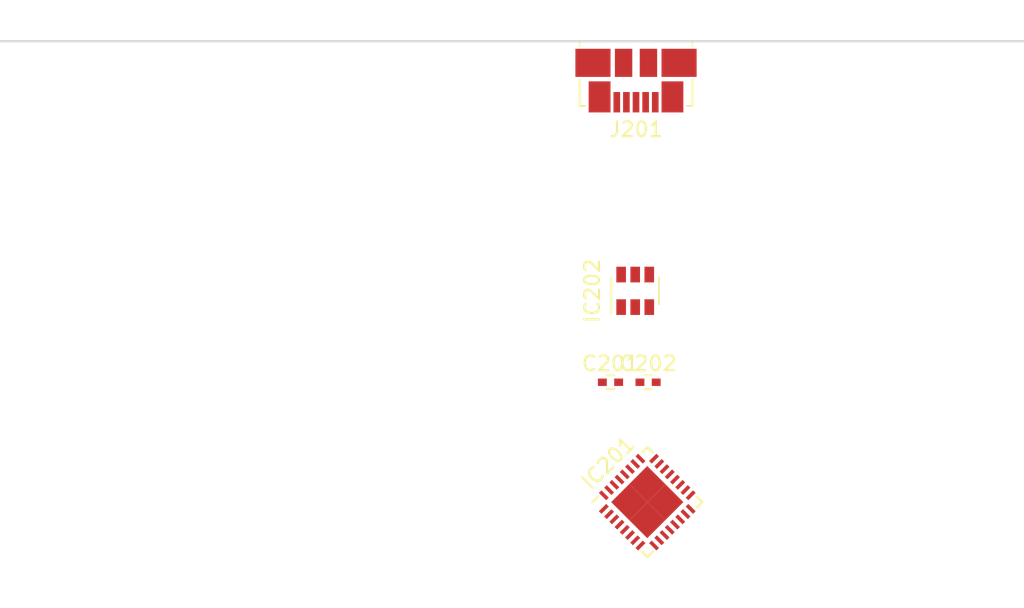
<source format=kicad_pcb>
(kicad_pcb (version 4) (host pcbnew 4.0.7+dfsg1-1ubuntu2)

  (general
    (links 19)
    (no_connects 19)
    (area 40.564999 17.215 109.803001 58.572112)
    (thickness 1.6)
    (drawings 1)
    (tracks 0)
    (zones 0)
    (modules 5)
    (nets 39)
  )

  (page A4)
  (layers
    (0 F.Cu signal)
    (31 B.Cu signal)
    (32 B.Adhes user)
    (33 F.Adhes user)
    (34 B.Paste user)
    (35 F.Paste user)
    (36 B.SilkS user)
    (37 F.SilkS user)
    (38 B.Mask user)
    (39 F.Mask user)
    (40 Dwgs.User user)
    (41 Cmts.User user)
    (42 Eco1.User user)
    (43 Eco2.User user)
    (44 Edge.Cuts user)
    (45 Margin user)
    (46 B.CrtYd user)
    (47 F.CrtYd user)
    (48 B.Fab user)
    (49 F.Fab user)
  )

  (setup
    (last_trace_width 0.25)
    (trace_clearance 0.2)
    (zone_clearance 0.508)
    (zone_45_only no)
    (trace_min 0.2)
    (segment_width 0.2)
    (edge_width 0.15)
    (via_size 0.6)
    (via_drill 0.4)
    (via_min_size 0.4)
    (via_min_drill 0.3)
    (uvia_size 0.3)
    (uvia_drill 0.1)
    (uvias_allowed no)
    (uvia_min_size 0.2)
    (uvia_min_drill 0.1)
    (pcb_text_width 0.3)
    (pcb_text_size 1.5 1.5)
    (mod_edge_width 0.15)
    (mod_text_size 1 1)
    (mod_text_width 0.15)
    (pad_size 1.524 1.524)
    (pad_drill 0.762)
    (pad_to_mask_clearance 0.2)
    (aux_axis_origin 0 0)
    (visible_elements FFFFFF7F)
    (pcbplotparams
      (layerselection 0x00030_80000001)
      (usegerberextensions false)
      (excludeedgelayer true)
      (linewidth 0.100000)
      (plotframeref false)
      (viasonmask false)
      (mode 1)
      (useauxorigin false)
      (hpglpennumber 1)
      (hpglpenspeed 20)
      (hpglpendiameter 15)
      (hpglpenoverlay 2)
      (psnegative false)
      (psa4output false)
      (plotreference true)
      (plotvalue true)
      (plotinvisibletext false)
      (padsonsilk false)
      (subtractmaskfromsilk false)
      (outputformat 1)
      (mirror false)
      (drillshape 1)
      (scaleselection 1)
      (outputdirectory ""))
  )

  (net 0 "")
  (net 1 GND)
  (net 2 "Net-(C201-Pad2)")
  (net 3 "Net-(C202-Pad1)")
  (net 4 "Net-(IC201-Pad1)")
  (net 5 "Net-(IC201-Pad2)")
  (net 6 "Net-(IC201-Pad3)")
  (net 7 "Net-(IC201-Pad4)")
  (net 8 "Net-(IC201-Pad5)")
  (net 9 "Net-(IC201-Pad6)")
  (net 10 "Net-(IC201-Pad7)")
  (net 11 "Net-(IC201-Pad8)")
  (net 12 "Net-(IC201-Pad9)")
  (net 13 "Net-(IC201-Pad10)")
  (net 14 "Net-(IC201-Pad11)")
  (net 15 "Net-(IC201-Pad12)")
  (net 16 "Net-(IC201-Pad13)")
  (net 17 "Net-(IC201-Pad14)")
  (net 18 "Net-(IC201-Pad15)")
  (net 19 "Net-(IC201-Pad16)")
  (net 20 "Net-(IC201-Pad17)")
  (net 21 "Net-(IC201-Pad18)")
  (net 22 "Net-(IC201-Pad19)")
  (net 23 "Net-(IC201-Pad20)")
  (net 24 "Net-(IC201-Pad21)")
  (net 25 "Net-(IC201-Pad22)")
  (net 26 "Net-(IC201-Pad23)")
  (net 27 "Net-(IC201-Pad24)")
  (net 28 "Net-(IC201-Pad27)")
  (net 29 "Net-(IC201-Pad28)")
  (net 30 "Net-(IC201-Pad29)")
  (net 31 "Net-(IC201-Pad30)")
  (net 32 "Net-(IC201-Pad31)")
  (net 33 "Net-(IC201-Pad32)")
  (net 34 "Net-(IC201-Pad33)")
  (net 35 "Net-(IC202-Pad4)")
  (net 36 "Net-(IC202-Pad6)")
  (net 37 VBUS)
  (net 38 "Net-(J201-Pad4)")

  (net_class Default "This is the default net class."
    (clearance 0.2)
    (trace_width 0.25)
    (via_dia 0.6)
    (via_drill 0.4)
    (uvia_dia 0.3)
    (uvia_drill 0.1)
    (add_net GND)
    (add_net "Net-(C201-Pad2)")
    (add_net "Net-(C202-Pad1)")
    (add_net "Net-(IC201-Pad1)")
    (add_net "Net-(IC201-Pad10)")
    (add_net "Net-(IC201-Pad11)")
    (add_net "Net-(IC201-Pad12)")
    (add_net "Net-(IC201-Pad13)")
    (add_net "Net-(IC201-Pad14)")
    (add_net "Net-(IC201-Pad15)")
    (add_net "Net-(IC201-Pad16)")
    (add_net "Net-(IC201-Pad17)")
    (add_net "Net-(IC201-Pad18)")
    (add_net "Net-(IC201-Pad19)")
    (add_net "Net-(IC201-Pad2)")
    (add_net "Net-(IC201-Pad20)")
    (add_net "Net-(IC201-Pad21)")
    (add_net "Net-(IC201-Pad22)")
    (add_net "Net-(IC201-Pad23)")
    (add_net "Net-(IC201-Pad24)")
    (add_net "Net-(IC201-Pad27)")
    (add_net "Net-(IC201-Pad28)")
    (add_net "Net-(IC201-Pad29)")
    (add_net "Net-(IC201-Pad3)")
    (add_net "Net-(IC201-Pad30)")
    (add_net "Net-(IC201-Pad31)")
    (add_net "Net-(IC201-Pad32)")
    (add_net "Net-(IC201-Pad33)")
    (add_net "Net-(IC201-Pad4)")
    (add_net "Net-(IC201-Pad5)")
    (add_net "Net-(IC201-Pad6)")
    (add_net "Net-(IC201-Pad7)")
    (add_net "Net-(IC201-Pad8)")
    (add_net "Net-(IC201-Pad9)")
    (add_net "Net-(IC202-Pad4)")
    (add_net "Net-(IC202-Pad6)")
    (add_net "Net-(J201-Pad4)")
    (add_net VBUS)
  )

  (module Capacitors_SMD:C_0402 (layer F.Cu) (tedit 58AA841A) (tstamp 630A497A)
    (at 81.83 43.18)
    (descr "Capacitor SMD 0402, reflow soldering, AVX (see smccp.pdf)")
    (tags "capacitor 0402")
    (path /630A2B31/630A3006)
    (attr smd)
    (fp_text reference C201 (at 0 -1.27) (layer F.SilkS)
      (effects (font (size 1 1) (thickness 0.15)))
    )
    (fp_text value 22pf (at 0 1.27) (layer F.Fab)
      (effects (font (size 1 1) (thickness 0.15)))
    )
    (fp_text user %R (at 0 -1.27) (layer F.Fab)
      (effects (font (size 1 1) (thickness 0.15)))
    )
    (fp_line (start -0.5 0.25) (end -0.5 -0.25) (layer F.Fab) (width 0.1))
    (fp_line (start 0.5 0.25) (end -0.5 0.25) (layer F.Fab) (width 0.1))
    (fp_line (start 0.5 -0.25) (end 0.5 0.25) (layer F.Fab) (width 0.1))
    (fp_line (start -0.5 -0.25) (end 0.5 -0.25) (layer F.Fab) (width 0.1))
    (fp_line (start 0.25 -0.47) (end -0.25 -0.47) (layer F.SilkS) (width 0.12))
    (fp_line (start -0.25 0.47) (end 0.25 0.47) (layer F.SilkS) (width 0.12))
    (fp_line (start -1 -0.4) (end 1 -0.4) (layer F.CrtYd) (width 0.05))
    (fp_line (start -1 -0.4) (end -1 0.4) (layer F.CrtYd) (width 0.05))
    (fp_line (start 1 0.4) (end 1 -0.4) (layer F.CrtYd) (width 0.05))
    (fp_line (start 1 0.4) (end -1 0.4) (layer F.CrtYd) (width 0.05))
    (pad 1 smd rect (at -0.55 0) (size 0.6 0.5) (layers F.Cu F.Paste F.Mask)
      (net 1 GND))
    (pad 2 smd rect (at 0.55 0) (size 0.6 0.5) (layers F.Cu F.Paste F.Mask)
      (net 2 "Net-(C201-Pad2)"))
    (model Capacitors_SMD.3dshapes/C_0402.wrl
      (at (xyz 0 0 0))
      (scale (xyz 1 1 1))
      (rotate (xyz 0 0 0))
    )
  )

  (module Capacitors_SMD:C_0402 (layer F.Cu) (tedit 58AA841A) (tstamp 630A4980)
    (at 84.37 43.18)
    (descr "Capacitor SMD 0402, reflow soldering, AVX (see smccp.pdf)")
    (tags "capacitor 0402")
    (path /630A2B31/630A2FE3)
    (attr smd)
    (fp_text reference C202 (at 0 -1.27) (layer F.SilkS)
      (effects (font (size 1 1) (thickness 0.15)))
    )
    (fp_text value 22pf (at 0 1.27) (layer F.Fab)
      (effects (font (size 1 1) (thickness 0.15)))
    )
    (fp_text user %R (at 0 -1.27) (layer F.Fab)
      (effects (font (size 1 1) (thickness 0.15)))
    )
    (fp_line (start -0.5 0.25) (end -0.5 -0.25) (layer F.Fab) (width 0.1))
    (fp_line (start 0.5 0.25) (end -0.5 0.25) (layer F.Fab) (width 0.1))
    (fp_line (start 0.5 -0.25) (end 0.5 0.25) (layer F.Fab) (width 0.1))
    (fp_line (start -0.5 -0.25) (end 0.5 -0.25) (layer F.Fab) (width 0.1))
    (fp_line (start 0.25 -0.47) (end -0.25 -0.47) (layer F.SilkS) (width 0.12))
    (fp_line (start -0.25 0.47) (end 0.25 0.47) (layer F.SilkS) (width 0.12))
    (fp_line (start -1 -0.4) (end 1 -0.4) (layer F.CrtYd) (width 0.05))
    (fp_line (start -1 -0.4) (end -1 0.4) (layer F.CrtYd) (width 0.05))
    (fp_line (start 1 0.4) (end 1 -0.4) (layer F.CrtYd) (width 0.05))
    (fp_line (start 1 0.4) (end -1 0.4) (layer F.CrtYd) (width 0.05))
    (pad 1 smd rect (at -0.55 0) (size 0.6 0.5) (layers F.Cu F.Paste F.Mask)
      (net 3 "Net-(C202-Pad1)"))
    (pad 2 smd rect (at 0.55 0) (size 0.6 0.5) (layers F.Cu F.Paste F.Mask)
      (net 1 GND))
    (model Capacitors_SMD.3dshapes/C_0402.wrl
      (at (xyz 0 0 0))
      (scale (xyz 1 1 1))
      (rotate (xyz 0 0 0))
    )
  )

  (module Housings_DFN_QFN:QFN-32-1EP_5x5mm_Pitch0.5mm (layer F.Cu) (tedit 54130A77) (tstamp 630A49B8)
    (at 84.315 51.28 45)
    (descr "UH Package; 32-Lead Plastic QFN (5mm x 5mm); (see Linear Technology QFN_32_05-08-1693.pdf)")
    (tags "QFN 0.5")
    (path /630A2B31/630A2B4E)
    (attr smd)
    (fp_text reference IC201 (at 0 -3.75 45) (layer F.SilkS)
      (effects (font (size 1 1) (thickness 0.15)))
    )
    (fp_text value ESP32-C3FN4 (at 0 3.75 45) (layer F.Fab)
      (effects (font (size 1 1) (thickness 0.15)))
    )
    (fp_line (start -1.5 -2.5) (end 2.5 -2.5) (layer F.Fab) (width 0.15))
    (fp_line (start 2.5 -2.5) (end 2.5 2.5) (layer F.Fab) (width 0.15))
    (fp_line (start 2.5 2.5) (end -2.5 2.5) (layer F.Fab) (width 0.15))
    (fp_line (start -2.5 2.5) (end -2.5 -1.5) (layer F.Fab) (width 0.15))
    (fp_line (start -2.5 -1.5) (end -1.5 -2.5) (layer F.Fab) (width 0.15))
    (fp_line (start -3 -3) (end -3 3) (layer F.CrtYd) (width 0.05))
    (fp_line (start 3 -3) (end 3 3) (layer F.CrtYd) (width 0.05))
    (fp_line (start -3 -3) (end 3 -3) (layer F.CrtYd) (width 0.05))
    (fp_line (start -3 3) (end 3 3) (layer F.CrtYd) (width 0.05))
    (fp_line (start 2.625 -2.625) (end 2.625 -2.1) (layer F.SilkS) (width 0.15))
    (fp_line (start -2.625 2.625) (end -2.625 2.1) (layer F.SilkS) (width 0.15))
    (fp_line (start 2.625 2.625) (end 2.625 2.1) (layer F.SilkS) (width 0.15))
    (fp_line (start -2.625 -2.625) (end -2.1 -2.625) (layer F.SilkS) (width 0.15))
    (fp_line (start -2.625 2.625) (end -2.1 2.625) (layer F.SilkS) (width 0.15))
    (fp_line (start 2.625 2.625) (end 2.1 2.625) (layer F.SilkS) (width 0.15))
    (fp_line (start 2.625 -2.625) (end 2.1 -2.625) (layer F.SilkS) (width 0.15))
    (pad 1 smd rect (at -2.4 -1.75 45) (size 0.7 0.25) (layers F.Cu F.Paste F.Mask)
      (net 4 "Net-(IC201-Pad1)"))
    (pad 2 smd rect (at -2.4 -1.25 45) (size 0.7 0.25) (layers F.Cu F.Paste F.Mask)
      (net 5 "Net-(IC201-Pad2)"))
    (pad 3 smd rect (at -2.4 -0.75 45) (size 0.7 0.25) (layers F.Cu F.Paste F.Mask)
      (net 6 "Net-(IC201-Pad3)"))
    (pad 4 smd rect (at -2.4 -0.25 45) (size 0.7 0.25) (layers F.Cu F.Paste F.Mask)
      (net 7 "Net-(IC201-Pad4)"))
    (pad 5 smd rect (at -2.4 0.25 45) (size 0.7 0.25) (layers F.Cu F.Paste F.Mask)
      (net 8 "Net-(IC201-Pad5)"))
    (pad 6 smd rect (at -2.4 0.75 45) (size 0.7 0.25) (layers F.Cu F.Paste F.Mask)
      (net 9 "Net-(IC201-Pad6)"))
    (pad 7 smd rect (at -2.4 1.25 45) (size 0.7 0.25) (layers F.Cu F.Paste F.Mask)
      (net 10 "Net-(IC201-Pad7)"))
    (pad 8 smd rect (at -2.4 1.75 45) (size 0.7 0.25) (layers F.Cu F.Paste F.Mask)
      (net 11 "Net-(IC201-Pad8)"))
    (pad 9 smd rect (at -1.75 2.4 135) (size 0.7 0.25) (layers F.Cu F.Paste F.Mask)
      (net 12 "Net-(IC201-Pad9)"))
    (pad 10 smd rect (at -1.25 2.4 135) (size 0.7 0.25) (layers F.Cu F.Paste F.Mask)
      (net 13 "Net-(IC201-Pad10)"))
    (pad 11 smd rect (at -0.75 2.4 135) (size 0.7 0.25) (layers F.Cu F.Paste F.Mask)
      (net 14 "Net-(IC201-Pad11)"))
    (pad 12 smd rect (at -0.25 2.4 135) (size 0.7 0.25) (layers F.Cu F.Paste F.Mask)
      (net 15 "Net-(IC201-Pad12)"))
    (pad 13 smd rect (at 0.25 2.4 135) (size 0.7 0.25) (layers F.Cu F.Paste F.Mask)
      (net 16 "Net-(IC201-Pad13)"))
    (pad 14 smd rect (at 0.75 2.4 135) (size 0.7 0.25) (layers F.Cu F.Paste F.Mask)
      (net 17 "Net-(IC201-Pad14)"))
    (pad 15 smd rect (at 1.25 2.4 135) (size 0.7 0.25) (layers F.Cu F.Paste F.Mask)
      (net 18 "Net-(IC201-Pad15)"))
    (pad 16 smd rect (at 1.75 2.4 135) (size 0.7 0.25) (layers F.Cu F.Paste F.Mask)
      (net 19 "Net-(IC201-Pad16)"))
    (pad 17 smd rect (at 2.4 1.75 45) (size 0.7 0.25) (layers F.Cu F.Paste F.Mask)
      (net 20 "Net-(IC201-Pad17)"))
    (pad 18 smd rect (at 2.4 1.25 45) (size 0.7 0.25) (layers F.Cu F.Paste F.Mask)
      (net 21 "Net-(IC201-Pad18)"))
    (pad 19 smd rect (at 2.4 0.75 45) (size 0.7 0.25) (layers F.Cu F.Paste F.Mask)
      (net 22 "Net-(IC201-Pad19)"))
    (pad 20 smd rect (at 2.4 0.25 45) (size 0.7 0.25) (layers F.Cu F.Paste F.Mask)
      (net 23 "Net-(IC201-Pad20)"))
    (pad 21 smd rect (at 2.4 -0.25 45) (size 0.7 0.25) (layers F.Cu F.Paste F.Mask)
      (net 24 "Net-(IC201-Pad21)"))
    (pad 22 smd rect (at 2.4 -0.75 45) (size 0.7 0.25) (layers F.Cu F.Paste F.Mask)
      (net 25 "Net-(IC201-Pad22)"))
    (pad 23 smd rect (at 2.4 -1.25 45) (size 0.7 0.25) (layers F.Cu F.Paste F.Mask)
      (net 26 "Net-(IC201-Pad23)"))
    (pad 24 smd rect (at 2.4 -1.75 45) (size 0.7 0.25) (layers F.Cu F.Paste F.Mask)
      (net 27 "Net-(IC201-Pad24)"))
    (pad 25 smd rect (at 1.75 -2.4 135) (size 0.7 0.25) (layers F.Cu F.Paste F.Mask)
      (net 3 "Net-(C202-Pad1)"))
    (pad 26 smd rect (at 1.25 -2.4 135) (size 0.7 0.25) (layers F.Cu F.Paste F.Mask)
      (net 2 "Net-(C201-Pad2)"))
    (pad 27 smd rect (at 0.75 -2.4 135) (size 0.7 0.25) (layers F.Cu F.Paste F.Mask)
      (net 28 "Net-(IC201-Pad27)"))
    (pad 28 smd rect (at 0.25 -2.4 135) (size 0.7 0.25) (layers F.Cu F.Paste F.Mask)
      (net 29 "Net-(IC201-Pad28)"))
    (pad 29 smd rect (at -0.25 -2.4 135) (size 0.7 0.25) (layers F.Cu F.Paste F.Mask)
      (net 30 "Net-(IC201-Pad29)"))
    (pad 30 smd rect (at -0.75 -2.4 135) (size 0.7 0.25) (layers F.Cu F.Paste F.Mask)
      (net 31 "Net-(IC201-Pad30)"))
    (pad 31 smd rect (at -1.25 -2.4 135) (size 0.7 0.25) (layers F.Cu F.Paste F.Mask)
      (net 32 "Net-(IC201-Pad31)"))
    (pad 32 smd rect (at -1.75 -2.4 135) (size 0.7 0.25) (layers F.Cu F.Paste F.Mask)
      (net 33 "Net-(IC201-Pad32)"))
    (pad 33 smd rect (at 0.8625 0.8625 45) (size 1.725 1.725) (layers F.Cu F.Paste F.Mask)
      (net 34 "Net-(IC201-Pad33)") (solder_paste_margin_ratio -0.2))
    (pad 33 smd rect (at 0.8625 -0.8625 45) (size 1.725 1.725) (layers F.Cu F.Paste F.Mask)
      (net 34 "Net-(IC201-Pad33)") (solder_paste_margin_ratio -0.2))
    (pad 33 smd rect (at -0.8625 0.8625 45) (size 1.725 1.725) (layers F.Cu F.Paste F.Mask)
      (net 34 "Net-(IC201-Pad33)") (solder_paste_margin_ratio -0.2))
    (pad 33 smd rect (at -0.8625 -0.8625 45) (size 1.725 1.725) (layers F.Cu F.Paste F.Mask)
      (net 34 "Net-(IC201-Pad33)") (solder_paste_margin_ratio -0.2))
    (model ${KISYS3DMOD}/Housings_DFN_QFN.3dshapes/QFN-32-1EP_5x5mm_Pitch0.5mm.wrl
      (at (xyz 0 0 0))
      (scale (xyz 1 1 1))
      (rotate (xyz 0 0 0))
    )
  )

  (module TO_SOT_Packages_SMD:SOT-23-6 (layer F.Cu) (tedit 58CE4E7E) (tstamp 630A49C2)
    (at 83.5 37 90)
    (descr "6-pin SOT-23 package")
    (tags SOT-23-6)
    (path /630A2B31/630A2C56)
    (attr smd)
    (fp_text reference IC202 (at 0 -2.9 90) (layer F.SilkS)
      (effects (font (size 1 1) (thickness 0.15)))
    )
    (fp_text value USBLC6-2SC6 (at 0 2.9 90) (layer F.Fab)
      (effects (font (size 1 1) (thickness 0.15)))
    )
    (fp_text user %R (at 0 0 180) (layer F.Fab)
      (effects (font (size 0.5 0.5) (thickness 0.075)))
    )
    (fp_line (start -0.9 1.61) (end 0.9 1.61) (layer F.SilkS) (width 0.12))
    (fp_line (start 0.9 -1.61) (end -1.55 -1.61) (layer F.SilkS) (width 0.12))
    (fp_line (start 1.9 -1.8) (end -1.9 -1.8) (layer F.CrtYd) (width 0.05))
    (fp_line (start 1.9 1.8) (end 1.9 -1.8) (layer F.CrtYd) (width 0.05))
    (fp_line (start -1.9 1.8) (end 1.9 1.8) (layer F.CrtYd) (width 0.05))
    (fp_line (start -1.9 -1.8) (end -1.9 1.8) (layer F.CrtYd) (width 0.05))
    (fp_line (start -0.9 -0.9) (end -0.25 -1.55) (layer F.Fab) (width 0.1))
    (fp_line (start 0.9 -1.55) (end -0.25 -1.55) (layer F.Fab) (width 0.1))
    (fp_line (start -0.9 -0.9) (end -0.9 1.55) (layer F.Fab) (width 0.1))
    (fp_line (start 0.9 1.55) (end -0.9 1.55) (layer F.Fab) (width 0.1))
    (fp_line (start 0.9 -1.55) (end 0.9 1.55) (layer F.Fab) (width 0.1))
    (pad 1 smd rect (at -1.1 -0.95 90) (size 1.06 0.65) (layers F.Cu F.Paste F.Mask)
      (net 2 "Net-(C201-Pad2)"))
    (pad 2 smd rect (at -1.1 0 90) (size 1.06 0.65) (layers F.Cu F.Paste F.Mask)
      (net 1 GND))
    (pad 3 smd rect (at -1.1 0.95 90) (size 1.06 0.65) (layers F.Cu F.Paste F.Mask)
      (net 3 "Net-(C202-Pad1)"))
    (pad 4 smd rect (at 1.1 0.95 90) (size 1.06 0.65) (layers F.Cu F.Paste F.Mask)
      (net 35 "Net-(IC202-Pad4)"))
    (pad 6 smd rect (at 1.1 -0.95 90) (size 1.06 0.65) (layers F.Cu F.Paste F.Mask)
      (net 36 "Net-(IC202-Pad6)"))
    (pad 5 smd rect (at 1.1 0 90) (size 1.06 0.65) (layers F.Cu F.Paste F.Mask)
      (net 37 VBUS))
    (model ${KISYS3DMOD}/TO_SOT_Packages_SMD.3dshapes/SOT-23-6.wrl
      (at (xyz 0 0 0))
      (scale (xyz 1 1 1))
      (rotate (xyz 0 0 0))
    )
  )

  (module Connectors_USB:USB_Micro-B_Molex_47346-0001 (layer F.Cu) (tedit 594C50D0) (tstamp 630A4A97)
    (at 83.555 21.59 180)
    (descr "Micro USB B receptable with flange, bottom-mount, SMD, right-angle (http://www.molex.com/pdm_docs/sd/473460001_sd.pdf)")
    (tags "Micro B USB SMD")
    (path /630A2B31/630A2ECD)
    (attr smd)
    (fp_text reference J201 (at 0 -4.5 360) (layer F.SilkS)
      (effects (font (size 1 1) (thickness 0.15)))
    )
    (fp_text value USB_OTG (at 0 3.4 360) (layer F.Fab)
      (effects (font (size 1 1) (thickness 0.15)))
    )
    (fp_text user "PCB Edge" (at 0 1.47 360) (layer Dwgs.User)
      (effects (font (size 0.4 0.4) (thickness 0.04)))
    )
    (fp_text user %R (at 0 0 180) (layer F.Fab)
      (effects (font (size 1 1) (thickness 0.15)))
    )
    (fp_line (start 3.81 -2.91) (end 3.43 -2.91) (layer F.SilkS) (width 0.12))
    (fp_line (start 4.6 2.7) (end -4.6 2.7) (layer F.CrtYd) (width 0.05))
    (fp_line (start 4.6 -3.9) (end 4.6 2.7) (layer F.CrtYd) (width 0.05))
    (fp_line (start -4.6 -3.9) (end 4.6 -3.9) (layer F.CrtYd) (width 0.05))
    (fp_line (start -4.6 2.7) (end -4.6 -3.9) (layer F.CrtYd) (width 0.05))
    (fp_line (start 3.75 2.15) (end -3.75 2.15) (layer F.Fab) (width 0.1))
    (fp_line (start 3.75 -2.85) (end 3.75 2.15) (layer F.Fab) (width 0.1))
    (fp_line (start -3.75 -2.85) (end 3.75 -2.85) (layer F.Fab) (width 0.1))
    (fp_line (start -3.75 2.15) (end -3.75 -2.85) (layer F.Fab) (width 0.1))
    (fp_line (start 3.81 1.14) (end 3.81 1.4) (layer F.SilkS) (width 0.12))
    (fp_line (start 3.81 -2.91) (end 3.81 -1.14) (layer F.SilkS) (width 0.12))
    (fp_line (start -3.81 -2.91) (end -3.43 -2.91) (layer F.SilkS) (width 0.12))
    (fp_line (start -3.81 -1.14) (end -3.81 -2.91) (layer F.SilkS) (width 0.12))
    (fp_line (start -3.81 1.4) (end -3.81 1.14) (layer F.SilkS) (width 0.12))
    (fp_line (start -3.25 1.45) (end 3.25 1.45) (layer F.Fab) (width 0.1))
    (pad 1 smd rect (at -1.3 -2.66 180) (size 0.45 1.38) (layers F.Cu F.Paste F.Mask)
      (net 37 VBUS))
    (pad 2 smd rect (at -0.65 -2.66 180) (size 0.45 1.38) (layers F.Cu F.Paste F.Mask)
      (net 35 "Net-(IC202-Pad4)"))
    (pad 3 smd rect (at 0 -2.66 180) (size 0.45 1.38) (layers F.Cu F.Paste F.Mask)
      (net 36 "Net-(IC202-Pad6)"))
    (pad 4 smd rect (at 0.65 -2.66 180) (size 0.45 1.38) (layers F.Cu F.Paste F.Mask)
      (net 38 "Net-(J201-Pad4)"))
    (pad 5 smd rect (at 1.3 -2.66 180) (size 0.45 1.38) (layers F.Cu F.Paste F.Mask)
      (net 1 GND))
    (pad 6 smd rect (at -2.4625 -2.3 180) (size 1.475 2.1) (layers F.Cu F.Paste F.Mask)
      (net 1 GND))
    (pad 6 smd rect (at 2.4625 -2.3 180) (size 1.475 2.1) (layers F.Cu F.Paste F.Mask)
      (net 1 GND))
    (pad 6 smd rect (at -2.91 0 180) (size 2.375 1.9) (layers F.Cu F.Paste F.Mask)
      (net 1 GND))
    (pad 6 smd rect (at 2.91 0 180) (size 2.375 1.9) (layers F.Cu F.Paste F.Mask)
      (net 1 GND))
    (pad 6 smd rect (at -0.84 0 180) (size 1.175 1.9) (layers F.Cu F.Paste F.Mask)
      (net 1 GND))
    (pad 6 smd rect (at 0.84 0 180) (size 1.175 1.9) (layers F.Cu F.Paste F.Mask)
      (net 1 GND))
    (model ${KISYS3DMOD}/Connectors_USB.3dshapes/USB_Micro-B_Molex_47346-0001.wrl
      (at (xyz 0 0 0))
      (scale (xyz 1 1 1))
      (rotate (xyz 0 0 0))
    )
  )

  (gr_line (start 109.728 20.1295) (end 40.64 20.1295) (layer Edge.Cuts) (width 0.15))

)

</source>
